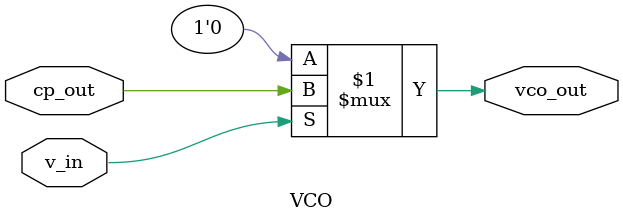
<source format=v>
`timescale 1ns / 1ps




module VCO(cp_out,v_in,vco_out);

    input cp_out;
    input v_in;  // Control voltage input   
    output vco_out;         // VCO output
    
    
    assign vco_out = v_in ? cp_out : 1'b0;
    
endmodule






</source>
